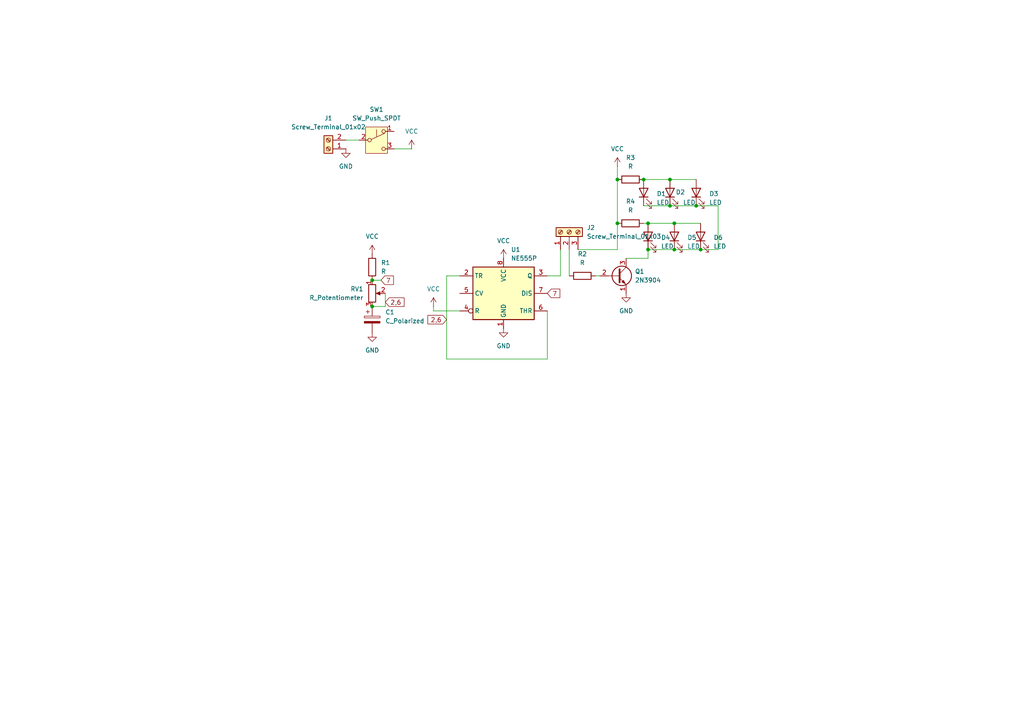
<source format=kicad_sch>
(kicad_sch (version 20250114) (generator "eeschema") (generator_version "9.0")
  (paper "A4")
  (lib_symbols
    (symbol "Connector:Screw_Terminal_01x02" (pin_names (offset 1.016) (hide yes))
      (property "Reference" "J" (at 0 2.54 0))
      (property "Value" "Screw_Terminal_01x02" (at 0 -5.08 0))
      (symbol "Screw_Terminal_01x02_1_1"
        (rectangle (start -1.27 1.27) (end 1.27 -3.81) (stroke (width 0.254)) (fill (type background)))
        (polyline (pts (xy -0.5334 0.3302) (xy 0.3302 -0.508)) (stroke (width 0.1524)))
        (polyline (pts (xy -0.5334 -2.2098) (xy 0.3302 -3.048)) (stroke (width 0.1524)))
        (polyline (pts (xy -0.3556 0.508) (xy 0.508 -0.3302)) (stroke (width 0.1524)))
        (polyline (pts (xy -0.3556 -2.032) (xy 0.508 -2.8702)) (stroke (width 0.1524)))
        (circle (center 0 0) (radius 0.635) (stroke (width 0.1524)))
        (circle (center 0 -2.54) (radius 0.635) (stroke (width 0.1524)))
        (pin passive line (at -5.08 0 0) (length 3.81) (name "Pin_1") (number "1"))
        (pin passive line (at -5.08 -2.54 0) (length 3.81) (name "Pin_2") (number "2"))
      )
    )
    (symbol "Connector:Screw_Terminal_01x03" (pin_names (offset 1.016) (hide yes))
      (property "Reference" "J" (at 0 5.08 0))
      (property "Value" "Screw_Terminal_01x03" (at 0 -5.08 0))
      (symbol "Screw_Terminal_01x03_1_1"
        (rectangle (start -1.27 3.81) (end 1.27 -3.81) (stroke (width 0.254)) (fill (type background)))
        (polyline (pts (xy -0.5334 2.8702) (xy 0.3302 2.032)) (stroke (width 0.1524)))
        (polyline (pts (xy -0.5334 0.3302) (xy 0.3302 -0.508)) (stroke (width 0.1524)))
        (polyline (pts (xy -0.5334 -2.2098) (xy 0.3302 -3.048)) (stroke (width 0.1524)))
        (polyline (pts (xy -0.3556 3.048) (xy 0.508 2.2098)) (stroke (width 0.1524)))
        (polyline (pts (xy -0.3556 0.508) (xy 0.508 -0.3302)) (stroke (width 0.1524)))
        (polyline (pts (xy -0.3556 -2.032) (xy 0.508 -2.8702)) (stroke (width 0.1524)))
        (circle (center 0 2.54) (radius 0.635) (stroke (width 0.1524)))
        (circle (center 0 0) (radius 0.635) (stroke (width 0.1524)))
        (circle (center 0 -2.54) (radius 0.635) (stroke (width 0.1524)))
        (pin passive line (at -5.08 2.54 0) (length 3.81) (name "Pin_1") (number "1"))
        (pin passive line (at -5.08 0 0) (length 3.81) (name "Pin_2") (number "2"))
        (pin passive line (at -5.08 -2.54 0) (length 3.81) (name "Pin_3") (number "3"))
      )
    )
    (symbol "Device:C_Polarized" (pin_numbers (hide yes)) (pin_names (offset 0.254))
      (property "Reference" "C" (at 0.635 2.54 0))
      (property "Value" "C_Polarized" (at 0.635 -2.54 0))
      (symbol "C_Polarized_0_1"
        (rectangle (start -2.286 0.508) (end 2.286 1.016))
        (polyline (pts (xy -1.778 2.286) (xy -0.762 2.286)))
        (polyline (pts (xy -1.27 2.794) (xy -1.27 1.778)))
        (rectangle (start 2.286 -0.508) (end -2.286 -1.016) (fill (type outline)))
      )
      (symbol "C_Polarized_1_1"
        (pin passive line (at 0 3.81 270) (length 2.794) (name "~") (number "1"))
        (pin passive line (at 0 -3.81 90) (length 2.794) (name "~") (number "2"))
      )
    )
    (symbol "Device:LED" (pin_numbers (hide yes)) (pin_names (offset 1.016) (hide yes))
      (property "Reference" "D" (at 0 2.54 0))
      (property "Value" "LED" (at 0 -2.54 0))
      (symbol "LED_0_1"
        (polyline (pts (xy -3.048 -0.762) (xy -4.572 -2.286) (xy -3.81 -2.286) (xy -4.572 -2.286) (xy -4.572 -1.524)))
        (polyline (pts (xy -1.778 -0.762) (xy -3.302 -2.286) (xy -2.54 -2.286) (xy -3.302 -2.286) (xy -3.302 -1.524)))
        (polyline (pts (xy -1.27 0) (xy 1.27 0)))
        (polyline (pts (xy -1.27 -1.27) (xy -1.27 1.27)) (stroke (width 0.254)))
        (polyline (pts (xy 1.27 -1.27) (xy 1.27 1.27) (xy -1.27 0) (xy 1.27 -1.27)) (stroke (width 0.254)))
      )
      (symbol "LED_1_1"
        (pin passive line (at -3.81 0 0) (length 2.54) (name "K") (number "1"))
        (pin passive line (at 3.81 0 180) (length 2.54) (name "A") (number "2"))
      )
    )
    (symbol "Device:R" (pin_numbers (hide yes)) (pin_names (offset 0))
      (property "Reference" "R" (at 2.032 0 90))
      (property "Value" "R" (at 0 0 90))
      (symbol "R_0_1"
        (rectangle (start -1.016 -2.54) (end 1.016 2.54) (stroke (width 0.254)))
      )
      (symbol "R_1_1"
        (pin passive line (at 0 3.81 270) (length 1.27) (name "~") (number "1"))
        (pin passive line (at 0 -3.81 90) (length 1.27) (name "~") (number "2"))
      )
    )
    (symbol "Device:R_Potentiometer" (pin_names (offset 1.016) (hide yes))
      (property "Reference" "RV" (at -4.445 0 90))
      (property "Value" "R_Potentiometer" (at -2.54 0 90))
      (symbol "R_Potentiometer_0_1"
        (rectangle (start 1.016 2.54) (end -1.016 -2.54) (stroke (width 0.254)))
        (polyline (pts (xy 1.143 0) (xy 2.286 0.508) (xy 2.286 -0.508) (xy 1.143 0)) (fill (type outline)))
        (polyline (pts (xy 2.54 0) (xy 1.524 0)))
      )
      (symbol "R_Potentiometer_1_1"
        (pin passive line (at 0 3.81 270) (length 1.27) (name "1") (number "1"))
        (pin passive line (at 0 -3.81 90) (length 1.27) (name "3") (number "3"))
        (pin passive line (at 3.81 0 180) (length 1.27) (name "2") (number "2"))
      )
    )
    (symbol "Switch:SW_Push_SPDT" (pin_names (offset 0) (hide yes))
      (property "Reference" "SW" (at 0 5.08 0))
      (property "Value" "SW_Push_SPDT" (at 0 -5.08 0))
      (symbol "SW_Push_SPDT_0_0"
        (circle (center -2.032 0) (radius 0.508))
        (polyline (pts (xy 0 1.016) (xy 0 3.048)))
        (circle (center 2.032 -2.54) (radius 0.508))
      )
      (symbol "SW_Push_SPDT_0_1"
        (polyline (pts (xy -1.524 0.2032) (xy 2.3368 1.9812)))
        (circle (center 2.032 2.54) (radius 0.508))
      )
      (symbol "SW_Push_SPDT_1_1"
        (rectangle (start -3.175 3.81) (end 3.175 -3.81) (fill (type background)))
        (pin passive line (at -5.08 0 0) (length 2.54) (name "B") (number "2"))
        (pin passive line (at 5.08 2.54 180) (length 2.54) (name "A") (number "1"))
        (pin passive line (at 5.08 -2.54 180) (length 2.54) (name "C") (number "3"))
      )
    )
    (symbol "Timer:NE555P"
      (property "Reference" "U" (at -10.16 8.89 0))
      (property "Value" "NE555P" (at 2.54 8.89 0))
      (symbol "NE555P_0_0"
        (pin power_in line (at 0 10.16 270) (length 2.54) (name "VCC") (number "8"))
        (pin power_in line (at 0 -10.16 90) (length 2.54) (name "GND") (number "1"))
      )
      (symbol "NE555P_0_1"
        (rectangle (start -8.89 -7.62) (end 8.89 7.62) (stroke (width 0.254)) (fill (type background)))
        (rectangle (start -8.89 -7.62) (end 8.89 7.62) (stroke (width 0.254)) (fill (type background)))
      )
      (symbol "NE555P_1_1"
        (pin input line (at -12.7 5.08 0) (length 3.81) (name "TR") (number "2"))
        (pin input line (at -12.7 0 0) (length 3.81) (name "CV") (number "5"))
        (pin input inverted (at -12.7 -5.08 0) (length 3.81) (name "R") (number "4"))
        (pin output line (at 12.7 5.08 180) (length 3.81) (name "Q") (number "3"))
        (pin input line (at 12.7 0 180) (length 3.81) (name "DIS") (number "7"))
        (pin input line (at 12.7 -5.08 180) (length 3.81) (name "THR") (number "6"))
      )
    )
    (symbol "Transistor_BJT:2N3904" (pin_names (offset 0) (hide yes))
      (property "Reference" "Q" (at 5.08 1.905 0))
      (property "Value" "2N3904" (at 5.08 0 0))
      (symbol "2N3904_0_1"
        (polyline (pts (xy -2.54 0) (xy 0.635 0)))
        (polyline (pts (xy 0.635 1.905) (xy 0.635 -1.905)) (stroke (width 0.508)))
        (circle (center 1.27 0) (radius 2.8194) (stroke (width 0.254)))
      )
      (symbol "2N3904_1_1"
        (polyline (pts (xy 0.635 0.635) (xy 2.54 2.54)))
        (polyline (pts (xy 0.635 -0.635) (xy 2.54 -2.54)))
        (polyline (pts (xy 1.27 -1.778) (xy 1.778 -1.27) (xy 2.286 -2.286) (xy 1.27 -1.778)) (fill (type outline)))
        (pin input line (at -5.08 0 0) (length 2.54) (name "B") (number "2"))
        (pin passive line (at 2.54 5.08 270) (length 2.54) (name "C") (number "3"))
        (pin passive line (at 2.54 -5.08 90) (length 2.54) (name "E") (number "1"))
      )
    )
    (symbol "power:GND" (power) (pin_numbers (hide yes)) (pin_names (offset 0) (hide yes))
      (property "Value" "GND" (at 0 -3.81 0))
      (symbol "GND_0_1"
        (polyline (pts (xy 0 0) (xy 0 -1.27) (xy 1.27 -1.27) (xy 0 -2.54) (xy -1.27 -1.27) (xy 0 -1.27)))
      )
      (symbol "GND_1_1"
        (pin power_in line (at 0 0 270) (length 0) (name "~") (number "1"))
      )
    )
    (symbol "power:VCC" (power) (pin_numbers (hide yes)) (pin_names (offset 0) (hide yes))
      (property "Value" "VCC" (at 0 3.556 0))
      (symbol "VCC_0_1"
        (polyline (pts (xy -0.762 1.27) (xy 0 2.54)))
        (polyline (pts (xy 0 2.54) (xy 0.762 1.27)))
        (polyline (pts (xy 0 0) (xy 0 2.54)))
      )
      (symbol "VCC_1_1"
        (pin power_in line (at 0 0 90) (length 0) (name "~") (number "1"))
      )
    )
  )
  (junction (at 195.58 64.77))
  (junction (at 201.93 59.69))
  (junction (at 203.2 72.39))
  (junction (at 194.31 52.07))
  (junction (at 107.95 81.28))
  (junction (at 194.31 59.69))
  (junction (at 179.07 64.77))
  (junction (at 107.95 88.9))
  (junction (at 187.96 64.77))
  (junction (at 195.58 72.39))
  (junction (at 187.96 72.39))
  (junction (at 179.07 52.07))
  (junction (at 186.69 52.07))
  (wire (pts (xy 158.75 90.17) (xy 158.75 104.14)))
  (wire (pts (xy 172.72 80.01) (xy 173.99 80.01)))
  (wire (pts (xy 195.58 64.77) (xy 203.2 64.77)))
  (wire (pts (xy 181.61 74.93) (xy 187.96 74.93)))
  (wire (pts (xy 187.96 72.39) (xy 195.58 72.39)))
  (wire (pts (xy 129.54 104.14) (xy 129.54 80.01)))
  (wire (pts (xy 125.73 90.17) (xy 125.73 88.9)))
  (wire (pts (xy 195.58 72.39) (xy 203.2 72.39)))
  (wire (pts (xy 186.69 64.77) (xy 187.96 64.77)))
  (wire (pts (xy 179.07 52.07) (xy 179.07 64.77)))
  (wire (pts (xy 111.76 85.09) (xy 111.76 88.9)))
  (wire (pts (xy 107.95 81.28) (xy 110.49 81.28)))
  (wire (pts (xy 162.56 80.01) (xy 158.75 80.01)))
  (wire (pts (xy 203.2 72.39) (xy 208.28 72.39)))
  (wire (pts (xy 100.33 40.64) (xy 104.14 40.64)))
  (wire (pts (xy 167.64 72.39) (xy 179.07 72.39)))
  (wire (pts (xy 201.93 59.69) (xy 208.28 59.69)))
  (wire (pts (xy 186.69 52.07) (xy 194.31 52.07)))
  (wire (pts (xy 186.69 59.69) (xy 194.31 59.69)))
  (wire (pts (xy 165.1 80.01) (xy 165.1 72.39)))
  (wire (pts (xy 158.75 104.14) (xy 129.54 104.14)))
  (wire (pts (xy 114.3 43.18) (xy 119.38 43.18)))
  (wire (pts (xy 187.96 74.93) (xy 187.96 72.39)))
  (wire (pts (xy 179.07 52.07) (xy 179.07 48.26)))
  (wire (pts (xy 111.76 88.9) (xy 107.95 88.9)))
  (wire (pts (xy 194.31 52.07) (xy 201.93 52.07)))
  (wire (pts (xy 179.07 64.77) (xy 179.07 72.39)))
  (wire (pts (xy 162.56 72.39) (xy 162.56 80.01)))
  (wire (pts (xy 187.96 64.77) (xy 195.58 64.77)))
  (wire (pts (xy 129.54 80.01) (xy 133.35 80.01)))
  (wire (pts (xy 133.35 90.17) (xy 125.73 90.17)))
  (wire (pts (xy 194.31 59.69) (xy 201.93 59.69)))
  (wire (pts (xy 208.28 72.39) (xy 208.28 59.69)))
  (global_label "2,6" (shape input) (at 129.54 92.71 180) (property "Intersheetrefs" "${INTERSHEET_REFS}" (effects (hide yes))))
  (global_label "2,6" (shape input) (at 111.76 87.63 0) (property "Intersheetrefs" "${INTERSHEET_REFS}" (effects (hide yes))))
  (global_label "7" (shape input) (at 110.49 81.28 0) (property "Intersheetrefs" "${INTERSHEET_REFS}" (effects (hide yes))))
  (global_label "7" (shape input) (at 158.75 85.09 0) (property "Intersheetrefs" "${INTERSHEET_REFS}" (effects (hide yes))))
  (symbol (lib_id "Device:LED") (at 195.58 68.58 90) (unit 1)
    (property "Reference" "D5" (at 199.3494 68.8974 90) (effects (justify right)))
    (property "Value" "LED" (at 199.3494 71.4374 90) (effects (justify right)))
    (property "Footprint" "LED_THT:LED_D5.0mm" (effects (hide yes)))
    (property "Description" "Light emitting diode" (effects (hide yes)))
    (property "Sim.Pins" "1=K 2=A" (effects (hide yes)))
  )
  (symbol (lib_id "power:VCC") (at 107.95 73.66 0) (unit 1)
    (property "Reference" "#PWR04" (effects (hide yes)))
    (property "Value" "VCC" (at 107.95 68.58 0))
    (property "Description" "Power symbol creates a global label with name \"VCC\"" (effects (hide yes)))
  )
  (symbol (lib_id "Device:C_Polarized") (at 107.95 92.71 0) (unit 1)
    (property "Reference" "C1" (at 111.76 90.5509 0) (effects (justify left)))
    (property "Value" "C_Polarized" (at 111.76 93.0909 0) (effects (justify left)))
    (property "Footprint" "Capacitor_THT:CP_Radial_D4.0mm_P2.00mm" (effects (hide yes)))
    (property "Description" "Polarized capacitor" (effects (hide yes)))
  )
  (symbol (lib_id "power:GND") (at 100.33 43.18 0) (unit 1)
    (property "Reference" "#PWR03" (effects (hide yes)))
    (property "Value" "GND" (at 100.33 48.26 0))
    (property "Description" "Power symbol creates a global label with name \"GND\" , ground" (effects (hide yes)))
  )
  (symbol (lib_id "power:GND") (at 181.61 85.09 0) (unit 1)
    (property "Reference" "#PWR09" (effects (hide yes)))
    (property "Value" "GND" (at 181.61 90.17 0))
    (property "Description" "Power symbol creates a global label with name \"GND\" , ground" (effects (hide yes)))
  )
  (symbol (lib_id "Switch:SW_Push_SPDT") (at 109.22 40.64 0) (unit 1)
    (property "Reference" "SW1" (at 109.22 31.75 0))
    (property "Value" "SW_Push_SPDT" (at 109.22 34.29 0))
    (property "Footprint" "Button_Switch_THT:SW_Slide_SPDT_Angled_CK_OS102011MA1Q" (effects (hide yes)))
    (property "Description" "Momentary Switch, single pole double throw" (effects (hide yes)))
  )
  (symbol (lib_id "Device:LED") (at 194.31 55.88 90) (unit 1)
    (property "Reference" "D2" (at 195.9951 55.7307 90) (effects (justify right)))
    (property "Value" "LED" (at 198.0794 58.7374 90) (effects (justify right)))
    (property "Footprint" "LED_THT:LED_D5.0mm" (effects (hide yes)))
    (property "Description" "Light emitting diode" (effects (hide yes)))
    (property "Sim.Pins" "1=K 2=A" (effects (hide yes)))
  )
  (symbol (lib_id "power:GND") (at 146.05 95.25 0) (unit 1)
    (property "Reference" "#PWR07" (effects (hide yes)))
    (property "Value" "GND" (at 146.05 100.33 0))
    (property "Description" "Power symbol creates a global label with name \"GND\" , ground" (effects (hide yes)))
  )
  (symbol (lib_id "Device:LED") (at 203.2 68.58 90) (unit 1)
    (property "Reference" "D6" (at 206.9694 68.8974 90) (effects (justify right)))
    (property "Value" "LED" (at 206.9694 71.4374 90) (effects (justify right)))
    (property "Footprint" "LED_THT:LED_D5.0mm" (effects (hide yes)))
    (property "Description" "Light emitting diode" (effects (hide yes)))
    (property "Sim.Pins" "1=K 2=A" (effects (hide yes)))
  )
  (symbol (lib_id "Timer:NE555P") (at 146.05 85.09 0) (unit 1)
    (property "Reference" "U1" (at 148.1933 72.39 0) (effects (justify left)))
    (property "Value" "NE555P" (at 148.1933 74.93 0) (effects (justify left)))
    (property "Footprint" "Package_DIP:DIP-8_W7.62mm" (effects (hide yes)))
    (property "Datasheet" "http://www.ti.com/lit/ds/symlink/ne555.pdf" (effects (hide yes)))
    (property "Description" "Precision Timers, 555 compatible,  PDIP-8" (effects (hide yes)))
  )
  (symbol (lib_id "power:VCC") (at 179.07 48.26 0) (unit 1)
    (property "Reference" "#PWR08" (effects (hide yes)))
    (property "Value" "VCC" (at 179.07 43.18 0))
    (property "Description" "Power symbol creates a global label with name \"VCC\"" (effects (hide yes)))
  )
  (symbol (lib_id "Device:R_Potentiometer") (at 107.95 85.09 0) (unit 1)
    (property "Reference" "RV1" (at 105.41 83.8199 0) (effects (justify right)))
    (property "Value" "R_Potentiometer" (at 105.41 86.3599 0) (effects (justify right)))
    (property "Footprint" "Potentiometer_THT:Potentiometer_Vishay_T73XX_Horizontal" (effects (hide yes)))
    (property "Description" "Potentiometer" (effects (hide yes)))
  )
  (symbol (lib_id "Device:R") (at 182.88 52.07 90) (unit 1)
    (property "Reference" "R3" (at 182.88 45.72 90))
    (property "Value" "R" (at 182.88 48.26 90))
    (property "Footprint" "Resistor_THT:R_Axial_DIN0204_L3.6mm_D1.6mm_P5.08mm_Horizontal" (effects (hide yes)))
    (property "Description" "Resistor" (effects (hide yes)))
  )
  (symbol (lib_id "Device:LED") (at 201.93 55.88 90) (unit 1)
    (property "Reference" "D3" (at 205.6994 56.1974 90) (effects (justify right)))
    (property "Value" "LED" (at 205.6994 58.7374 90) (effects (justify right)))
    (property "Footprint" "LED_THT:LED_D5.0mm" (effects (hide yes)))
    (property "Description" "Light emitting diode" (effects (hide yes)))
    (property "Sim.Pins" "1=K 2=A" (effects (hide yes)))
  )
  (symbol (lib_id "power:VCC") (at 146.05 74.93 0) (unit 1)
    (property "Reference" "#PWR05" (effects (hide yes)))
    (property "Value" "VCC" (at 146.05 69.85 0))
    (property "Description" "Power symbol creates a global label with name \"VCC\"" (effects (hide yes)))
  )
  (symbol (lib_id "Device:R") (at 168.91 80.01 90) (unit 1)
    (property "Reference" "R2" (at 168.91 73.66 90))
    (property "Value" "R" (at 168.91 76.2 90))
    (property "Footprint" "Resistor_THT:R_Axial_DIN0204_L3.6mm_D1.6mm_P5.08mm_Horizontal" (effects (hide yes)))
    (property "Description" "Resistor" (effects (hide yes)))
  )
  (symbol (lib_id "Connector:Screw_Terminal_01x03") (at 165.1 67.31 90) (unit 1)
    (property "Reference" "J2" (at 170.18 66.0399 90) (effects (justify right)))
    (property "Value" "Screw_Terminal_01x03" (at 170.18 68.5799 90) (effects (justify right)))
    (property "Footprint" "TerminalBlock_Phoenix:TerminalBlock_Phoenix_MKDS-1,5-3_1x03_P5.00mm_Horizontal" (effects (hide yes)))
    (property "Description" "Generic screw terminal, single row, 01x03, script generated (kicad-library-utils/schlib/autogen/connector/)" (effects (hide yes)))
  )
  (symbol (lib_id "Device:R") (at 182.88 64.77 90) (unit 1)
    (property "Reference" "R4" (at 182.88 58.42 90))
    (property "Value" "R" (at 182.88 60.96 90))
    (property "Footprint" "Resistor_THT:R_Axial_DIN0204_L3.6mm_D1.6mm_P5.08mm_Horizontal" (effects (hide yes)))
    (property "Description" "Resistor" (effects (hide yes)))
  )
  (symbol (lib_id "Transistor_BJT:2N3904") (at 179.07 80.01 0) (unit 1)
    (property "Reference" "Q1" (at 184.15 78.7399 0) (effects (justify left)))
    (property "Value" "2N3904" (at 184.15 81.2799 0) (effects (justify left)))
    (property "Footprint" "Package_TO_SOT_THT:TO-92_Inline" (effects (hide yes)))
    (property "Datasheet" "https://www.onsemi.com/pub/Collateral/2N3903-D.PDF" (effects (hide yes)))
    (property "Description" "0.2A Ic, 40V Vce, Small Signal NPN Transistor, TO-92" (effects (hide yes)))
  )
  (symbol (lib_id "power:GND") (at 107.95 96.52 0) (unit 1)
    (property "Reference" "#PWR01" (effects (hide yes)))
    (property "Value" "GND" (at 107.95 101.6 0))
    (property "Description" "Power symbol creates a global label with name \"GND\" , ground" (effects (hide yes)))
  )
  (symbol (lib_id "Device:R") (at 107.95 77.47 0) (unit 1)
    (property "Reference" "R1" (at 110.49 76.1999 0) (effects (justify left)))
    (property "Value" "R" (at 110.49 78.7399 0) (effects (justify left)))
    (property "Footprint" "Resistor_THT:R_Axial_DIN0204_L3.6mm_D1.6mm_P5.08mm_Horizontal" (effects (hide yes)))
    (property "Description" "Resistor" (effects (hide yes)))
  )
  (symbol (lib_id "Device:LED") (at 187.96 68.58 90) (unit 1)
    (property "Reference" "D4" (at 191.7294 68.8974 90) (effects (justify right)))
    (property "Value" "LED" (at 191.7294 71.4374 90) (effects (justify right)))
    (property "Footprint" "LED_THT:LED_D5.0mm" (effects (hide yes)))
    (property "Description" "Light emitting diode" (effects (hide yes)))
    (property "Sim.Pins" "1=K 2=A" (effects (hide yes)))
  )
  (symbol (lib_id "power:VCC") (at 125.73 88.9 0) (unit 1)
    (property "Reference" "#PWR06" (effects (hide yes)))
    (property "Value" "VCC" (at 125.73 83.82 0))
    (property "Description" "Power symbol creates a global label with name \"VCC\"" (effects (hide yes)))
  )
  (symbol (lib_id "Connector:Screw_Terminal_01x02") (at 95.25 43.18 180) (unit 1)
    (property "Reference" "J1" (at 95.25 34.29 0))
    (property "Value" "Screw_Terminal_01x02" (at 95.25 36.83 0))
    (property "Footprint" "TerminalBlock_Phoenix:TerminalBlock_Phoenix_MKDS-1,5-2-5.08_1x02_P5.08mm_Horizontal" (effects (hide yes)))
    (property "Description" "Generic screw terminal, single row, 01x02, script generated (kicad-library-utils/schlib/autogen/connector/)" (effects (hide yes)))
  )
  (symbol (lib_id "power:VCC") (at 119.38 43.18 0) (unit 1)
    (property "Reference" "#PWR02" (effects (hide yes)))
    (property "Value" "VCC" (at 119.38 38.1 0))
    (property "Description" "Power symbol creates a global label with name \"VCC\"" (effects (hide yes)))
  )
  (symbol (lib_id "Device:LED") (at 186.69 55.88 90) (unit 1)
    (property "Reference" "D1" (at 190.4594 56.1974 90) (effects (justify right)))
    (property "Value" "LED" (at 190.4594 58.7374 90) (effects (justify right)))
    (property "Footprint" "LED_THT:LED_D5.0mm" (effects (hide yes)))
    (property "Description" "Light emitting diode" (effects (hide yes)))
    (property "Sim.Pins" "1=K 2=A" (effects (hide yes)))
  )
)
</source>
